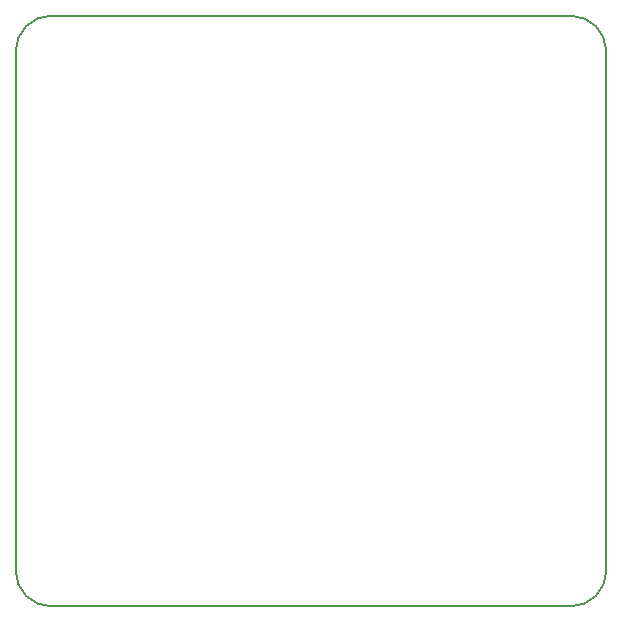
<source format=gm1>
G04 #@! TF.FileFunction,Profile,NP*
%FSLAX46Y46*%
G04 Gerber Fmt 4.6, Leading zero omitted, Abs format (unit mm)*
G04 Created by KiCad (PCBNEW (2016-06-01 BZR 6870, Git 0ccd3bb)-product) date 06/04/16 15:12:46*
%MOMM*%
%LPD*%
G01*
G04 APERTURE LIST*
%ADD10C,0.150000*%
G04 APERTURE END LIST*
D10*
X65000000Y-62000000D02*
X65000000Y-18000000D01*
X18000000Y-65000000D02*
X62000000Y-65000000D01*
X15000000Y-18000000D02*
X15000000Y-62000000D01*
X62000000Y-15000000D02*
X18000000Y-15000000D01*
X15000000Y-62000000D02*
G75*
G03X18000000Y-65000000I3000000J0D01*
G01*
X62000000Y-65000000D02*
G75*
G03X65000000Y-62000000I0J3000000D01*
G01*
X65000000Y-18000000D02*
G75*
G03X62000000Y-15000000I-3000000J0D01*
G01*
X18000000Y-15000000D02*
G75*
G03X15000000Y-18000000I0J-3000000D01*
G01*
M02*

</source>
